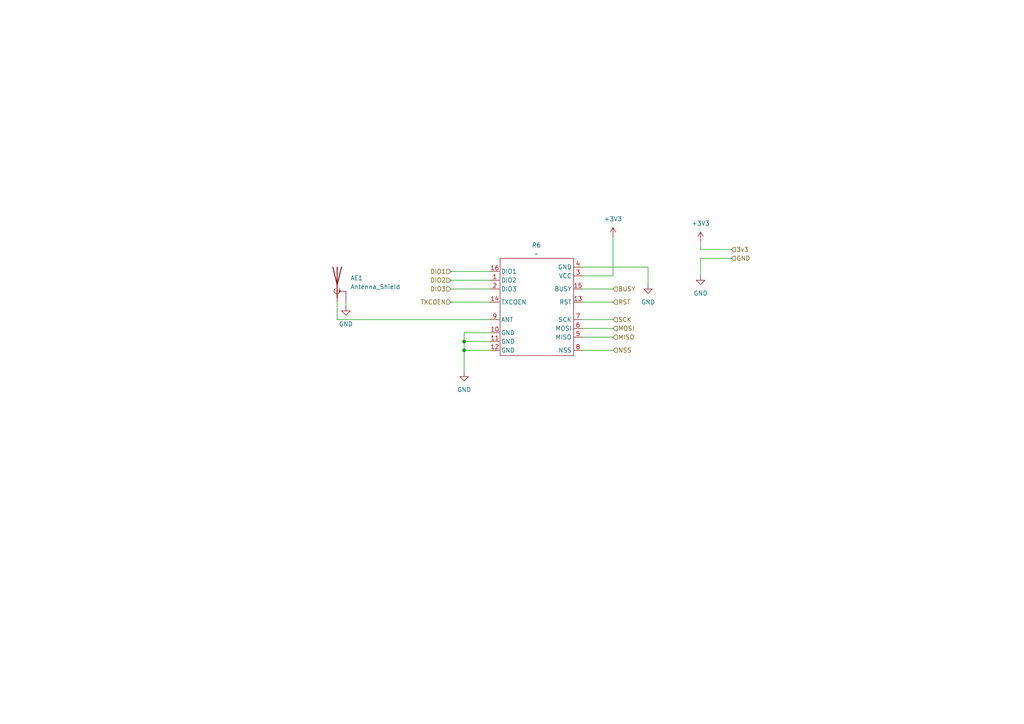
<source format=kicad_sch>
(kicad_sch (version 20231120) (generator "eeschema") (generator_version "8.0")
  (paper "A4")
  (lib_symbols
    (symbol "Device:Antenna_Shield" (pin_numbers hide) (pin_names (offset 1.016) hide)
      (property "Reference" "AE" (at -1.905 4.445 0))
      (property "Value" "Antenna_Shield" (at -1.905 2.54 0))
      (symbol "Antenna_Shield_0_1"
        (arc (start -0.508 -1.143) (mid -0.8429 -2.1194) (end 0 -2.667))
        (arc (start 0 -2.667) (mid 0.7989 -2.1052) (end 0.508 -1.143))
        (polyline (pts (xy 0 -2.54) (xy 0 0)))
        (polyline (pts (xy 0 5.08) (xy 0 -3.81)) (stroke (width 0.254)))
        (polyline (pts (xy 0.762 -1.905) (xy 2.54 -1.905)))
        (polyline (pts (xy 2.54 -2.54) (xy 2.54 -1.905)))
        (polyline (pts (xy 1.27 5.08) (xy 0 0) (xy -1.27 5.08)) (stroke (width 0.254)))
        (circle (center 0.762 -1.905) (radius 0.1778) (fill (type outline)))
      )
      (symbol "Antenna_Shield_1_1"
        (pin input line (at 0 -5.08 90) (length 2.54) (name "A") (number "1"))
        (pin input line (at 2.54 -5.08 90) (length 2.54) (name "Shield") (number "2"))
      )
    )
    (symbol "Ebyte:E280-2G4T12S"
      (property "Reference" "R" (at 0 2.794 0))
      (symbol "E280-2G4T12S_1_1"
        (rectangle (start -11.176 0) (end 10.16 -28.194))
        (pin input line (at -13.97 -6.35 0) (length 2.54) (name "DIO2") (number "1"))
        (pin power_in line (at -13.97 -21.59 0) (length 2.54) (name "GND") (number "10"))
        (pin power_in line (at -13.97 -24.13 0) (length 2.54) (name "GND") (number "11"))
        (pin power_in line (at -13.97 -26.67 0) (length 2.54) (name "GND") (number "12"))
        (pin input line (at 12.7 -12.7 180) (length 2.54) (name "RST") (number "13"))
        (pin input line (at -13.97 -12.7 0) (length 2.54) (name "TXCOEN") (number "14"))
        (pin output line (at 12.7 -8.89 180) (length 2.54) (name "BUSY") (number "15"))
        (pin input line (at -13.97 -3.81 0) (length 2.54) (name "DIO1") (number "16"))
        (pin input line (at -13.97 -8.89 0) (length 2.54) (name "DIO3") (number "2"))
        (pin power_in line (at 12.7 -5.08 180) (length 2.54) (name "VCC") (number "3"))
        (pin power_in line (at 12.7 -2.54 180) (length 2.54) (name "GND") (number "4"))
        (pin output line (at 12.7 -22.86 180) (length 2.54) (name "MISO") (number "5"))
        (pin input line (at 12.7 -20.32 180) (length 2.54) (name "MOSI") (number "6"))
        (pin input line (at 12.7 -17.78 180) (length 2.54) (name "SCK") (number "7"))
        (pin output line (at 12.7 -26.67 180) (length 2.54) (name "NSS") (number "8"))
        (pin output line (at -13.97 -17.78 0) (length 2.54) (name "ANT") (number "9"))
      )
    )
    (symbol "power:+3V3" (power) (pin_numbers hide) (pin_names (offset 0) hide)
      (property "Value" "+3V3" (at 0 3.556 0))
      (symbol "+3V3_0_1"
        (polyline (pts (xy -0.762 1.27) (xy 0 2.54)))
        (polyline (pts (xy 0 0) (xy 0 2.54)))
        (polyline (pts (xy 0 2.54) (xy 0.762 1.27)))
      )
      (symbol "+3V3_1_1"
        (pin power_in line (at 0 0 90) (length 0) (name "~") (number "1"))
      )
    )
    (symbol "power:GND" (power) (pin_numbers hide) (pin_names (offset 0) hide)
      (property "Value" "GND" (at 0 -3.81 0))
      (symbol "GND_0_1"
        (polyline (pts (xy 0 0) (xy 0 -1.27) (xy 1.27 -1.27) (xy 0 -2.54) (xy -1.27 -1.27) (xy 0 -1.27)))
      )
      (symbol "GND_1_1"
        (pin power_in line (at 0 0 270) (length 0) (name "~") (number "1"))
      )
    )
  )
  (junction (at 134.62 99.06))
  (junction (at 134.62 101.6))
  (wire (pts (xy 203.2 80.01) (xy 203.2 74.93)))
  (wire (pts (xy 168.91 101.6) (xy 177.8 101.6)))
  (wire (pts (xy 97.79 92.71) (xy 97.79 87.63)))
  (wire (pts (xy 203.2 72.39) (xy 212.09 72.39)))
  (wire (pts (xy 134.62 101.6) (xy 142.24 101.6)))
  (wire (pts (xy 187.96 77.47) (xy 168.91 77.47)))
  (wire (pts (xy 134.62 96.52) (xy 134.62 99.06)))
  (wire (pts (xy 187.96 82.55) (xy 187.96 77.47)))
  (wire (pts (xy 168.91 95.25) (xy 177.8 95.25)))
  (wire (pts (xy 130.81 83.82) (xy 142.24 83.82)))
  (wire (pts (xy 168.91 97.79) (xy 177.8 97.79)))
  (wire (pts (xy 177.8 68.58) (xy 177.8 80.01)))
  (wire (pts (xy 203.2 69.85) (xy 203.2 72.39)))
  (wire (pts (xy 130.81 87.63) (xy 142.24 87.63)))
  (wire (pts (xy 97.79 92.71) (xy 142.24 92.71)))
  (wire (pts (xy 134.62 99.06) (xy 134.62 101.6)))
  (wire (pts (xy 168.91 92.71) (xy 177.8 92.71)))
  (wire (pts (xy 142.24 99.06) (xy 134.62 99.06)))
  (wire (pts (xy 203.2 74.93) (xy 212.09 74.93)))
  (wire (pts (xy 134.62 96.52) (xy 142.24 96.52)))
  (wire (pts (xy 134.62 101.6) (xy 134.62 107.95)))
  (wire (pts (xy 168.91 87.63) (xy 177.8 87.63)))
  (wire (pts (xy 168.91 83.82) (xy 177.8 83.82)))
  (wire (pts (xy 130.81 81.28) (xy 142.24 81.28)))
  (wire (pts (xy 100.33 87.63) (xy 100.33 88.9)))
  (wire (pts (xy 130.81 78.74) (xy 142.24 78.74)))
  (wire (pts (xy 177.8 80.01) (xy 168.91 80.01)))
  (hierarchical_label "TXCOEN" (shape input) (at 130.81 87.63 180))
  (hierarchical_label "SCK" (shape input) (at 177.8 92.71 0))
  (hierarchical_label "DIO3" (shape input) (at 130.81 83.82 180))
  (hierarchical_label "MOSI" (shape input) (at 177.8 95.25 0))
  (hierarchical_label "MISO" (shape input) (at 177.8 97.79 0))
  (hierarchical_label "GND" (shape input) (at 212.09 74.93 0))
  (hierarchical_label "BUSY" (shape input) (at 177.8 83.82 0))
  (hierarchical_label "3v3" (shape input) (at 212.09 72.39 0))
  (hierarchical_label "RST" (shape input) (at 177.8 87.63 0))
  (hierarchical_label "DIO2" (shape input) (at 130.81 81.28 180))
  (hierarchical_label "DIO1" (shape input) (at 130.81 78.74 180))
  (hierarchical_label "NSS" (shape input) (at 177.8 101.6 0))
  (symbol (lib_id "power:GND") (at 187.96 82.55 0) (unit 1)
    (property "Reference" "#PWR023" (effects (hide yes)))
    (property "Value" "GND" (at 187.96 87.63 0))
    (property "Description" "Power symbol creates a global label with name \"GND\" , ground" (effects (hide yes)))
  )
  (symbol (lib_id "power:GND") (at 100.33 88.9 0) (unit 1)
    (property "Reference" "#PWR026" (effects (hide yes)))
    (property "Value" "GND" (at 100.33 93.98 0))
    (property "Description" "Power symbol creates a global label with name \"GND\" , ground" (effects (hide yes)))
  )
  (symbol (lib_id "power:GND") (at 134.62 107.95 0) (unit 1)
    (property "Reference" "#PWR024" (effects (hide yes)))
    (property "Value" "GND" (at 134.62 113.03 0))
    (property "Description" "Power symbol creates a global label with name \"GND\" , ground" (effects (hide yes)))
  )
  (symbol (lib_id "Device:Antenna_Shield") (at 97.79 82.55 0) (unit 1)
    (property "Reference" "AE1" (at 101.6 80.6449 0) (effects (justify left)))
    (property "Value" "Antenna_Shield" (at 101.6 83.1849 0) (effects (justify left)))
    (property "Footprint" ".pretty:CONN-SMD_KH-SMA-KE8-G" (effects (hide yes)))
    (property "Description" "Antenna with extra pin for shielding" (effects (hide yes)))
    (property "LCSC Part" "C530661" (effects (hide yes)))
  )
  (symbol (lib_id "power:+3V3") (at 177.8 68.58 0) (unit 1)
    (property "Reference" "#PWR025" (effects (hide yes)))
    (property "Value" "+3V3" (at 177.8 63.5 0))
    (property "Description" "Power symbol creates a global label with name \"+3V3\"" (effects (hide yes)))
  )
  (symbol (lib_id "power:GND") (at 203.2 80.01 0) (unit 1)
    (property "Reference" "#PWR028" (effects (hide yes)))
    (property "Value" "GND" (at 203.2 85.09 0))
    (property "Description" "Power symbol creates a global label with name \"GND\" , ground" (effects (hide yes)))
  )
  (symbol (lib_id "power:+3V3") (at 203.2 69.85 0) (unit 1)
    (property "Reference" "#PWR027" (effects (hide yes)))
    (property "Value" "+3V3" (at 203.2 64.77 0))
    (property "Description" "Power symbol creates a global label with name \"+3V3\"" (effects (hide yes)))
  )
  (symbol (lib_id "Ebyte:E280-2G4T12S") (at 156.21 74.93 0) (unit 1)
    (property "Reference" "R6" (at 155.575 71.12 0))
    (property "Value" "~" (at 155.575 73.66 0))
    (property "Footprint" "easyeda2kicad2:WIRELM-SMD_16P-L16.0-W16.0-P2.00_LORA1280-TCXO" (effects (hide yes)))
  )
)
</source>
